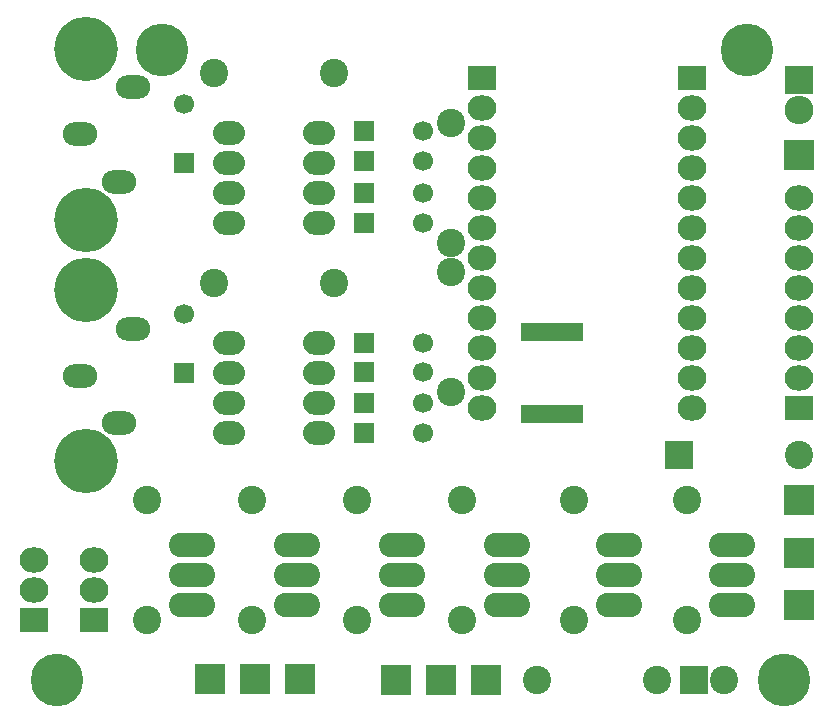
<source format=gbs>
G04 #@! TF.FileFunction,Soldermask,Bot*
%FSLAX46Y46*%
G04 Gerber Fmt 4.6, Leading zero omitted, Abs format (unit mm)*
G04 Created by KiCad (PCBNEW 4.0.0-stable) date Monday, December 21, 2015 'AMt' 12:47:19 AM*
%MOMM*%
G01*
G04 APERTURE LIST*
%ADD10C,0.100000*%
%ADD11C,4.464000*%
%ADD12R,2.635200X2.635200*%
%ADD13R,2.432000X2.127200*%
%ADD14O,2.432000X2.127200*%
%ADD15R,1.700000X1.700000*%
%ADD16C,1.700000*%
%ADD17C,2.398980*%
%ADD18R,2.398980X2.398980*%
%ADD19R,2.432000X2.432000*%
%ADD20O,2.432000X2.432000*%
%ADD21O,2.700000X2.000000*%
%ADD22R,0.800000X1.600000*%
%ADD23O,2.900000X2.000000*%
%ADD24O,5.400000X5.400000*%
%ADD25O,3.900120X2.099260*%
%ADD26R,2.400000X2.400000*%
%ADD27C,2.400000*%
G04 APERTURE END LIST*
D10*
D11*
X150495000Y-128270000D03*
X88900000Y-128270000D03*
D12*
X101911143Y-128163701D03*
D11*
X97790000Y-74930000D03*
D13*
X124894362Y-77305728D03*
D14*
X124894362Y-79845728D03*
X124894362Y-82385728D03*
X124894362Y-84925728D03*
X124894362Y-87465728D03*
X124894362Y-90005728D03*
X124894362Y-92545728D03*
X124894362Y-95085728D03*
X124894362Y-97625728D03*
X124894362Y-100165728D03*
X124894362Y-102705728D03*
X124894362Y-105245728D03*
D13*
X142674362Y-77305728D03*
D14*
X142674362Y-92545728D03*
X142674362Y-95085728D03*
X142674362Y-90005728D03*
X142674362Y-97625728D03*
X142674362Y-84925728D03*
X142674362Y-82385728D03*
X142674362Y-79845728D03*
X142674362Y-87465728D03*
X142674362Y-102705728D03*
X142674362Y-100165728D03*
X142674362Y-105245728D03*
D15*
X114935000Y-89535000D03*
D16*
X119935000Y-89535000D03*
D15*
X114935000Y-107315000D03*
D16*
X119935000Y-107315000D03*
D15*
X114905000Y-81735000D03*
D16*
X119905000Y-81735000D03*
D15*
X114905000Y-99695000D03*
D16*
X119905000Y-99695000D03*
D15*
X114935000Y-86995000D03*
D16*
X119935000Y-86995000D03*
D15*
X114935000Y-104775000D03*
D16*
X119935000Y-104775000D03*
D15*
X99695000Y-84455000D03*
D16*
X99695000Y-79455000D03*
D15*
X99695000Y-102235000D03*
D16*
X99695000Y-97235000D03*
D17*
X151765000Y-109220000D03*
D18*
X141605000Y-109220000D03*
D12*
X117663459Y-128195719D03*
X121473459Y-128195719D03*
X105721143Y-128163701D03*
X125283459Y-128195719D03*
X109531143Y-128163701D03*
D13*
X86995000Y-123190000D03*
D14*
X86995000Y-120650000D03*
X86995000Y-118110000D03*
D13*
X92075000Y-123190000D03*
D14*
X92075000Y-120650000D03*
X92075000Y-118110000D03*
D12*
X151765000Y-121920000D03*
X151765000Y-113030000D03*
X151765000Y-117475000D03*
X151765000Y-83820000D03*
D13*
X151765000Y-105245728D03*
D14*
X151765000Y-102705728D03*
X151765000Y-100165728D03*
X151765000Y-97625728D03*
X151765000Y-95085728D03*
X151765000Y-92545728D03*
X151765000Y-90005728D03*
X151765000Y-87465728D03*
D17*
X122305000Y-91215000D03*
X122305000Y-81055000D03*
X122305000Y-93735000D03*
X122305000Y-103895000D03*
X112395000Y-76835000D03*
X102235000Y-76835000D03*
X112395000Y-94615000D03*
X102235000Y-94615000D03*
X129540000Y-128270000D03*
X139700000Y-128270000D03*
X123190000Y-123190000D03*
X123190000Y-113030000D03*
X96520000Y-123190000D03*
X96520000Y-113030000D03*
X132715000Y-123190000D03*
X132715000Y-113030000D03*
X105410000Y-123190000D03*
X105410000Y-113030000D03*
X142240000Y-123190000D03*
X142240000Y-113030000D03*
X114300000Y-123190000D03*
X114300000Y-113030000D03*
D19*
X151765000Y-77470000D03*
D20*
X151765000Y-80010000D03*
D21*
X103505000Y-81915000D03*
X103505000Y-84455000D03*
X103505000Y-86995000D03*
X103505000Y-89535000D03*
X111125000Y-89535000D03*
X111125000Y-86995000D03*
X111125000Y-84455000D03*
X111125000Y-81915000D03*
X103505000Y-99695000D03*
X103505000Y-102235000D03*
X103505000Y-104775000D03*
X103505000Y-107315000D03*
X111125000Y-107315000D03*
X111125000Y-104775000D03*
X111125000Y-102235000D03*
X111125000Y-99695000D03*
D22*
X133085000Y-105685000D03*
X132435000Y-105685000D03*
X131785000Y-105685000D03*
X131135000Y-105685000D03*
X130485000Y-105685000D03*
X129835000Y-105685000D03*
X129185000Y-105685000D03*
X128535000Y-105685000D03*
X128535000Y-98785000D03*
X129185000Y-98785000D03*
X129835000Y-98785000D03*
X130485000Y-98785000D03*
X131135000Y-98785000D03*
X131785000Y-98785000D03*
X132435000Y-98785000D03*
X133085000Y-98785000D03*
D23*
X94143607Y-86035000D03*
X95393607Y-78035000D03*
D24*
X91393607Y-74785000D03*
X91393607Y-89285000D03*
D23*
X90893607Y-82035000D03*
X94143607Y-106482355D03*
X95393607Y-98482355D03*
D24*
X91393607Y-95232355D03*
X91393607Y-109732355D03*
D23*
X90893607Y-102482355D03*
D25*
X100330000Y-119380000D03*
X100330000Y-116840000D03*
X100330000Y-121920000D03*
X109220000Y-119380000D03*
X109220000Y-116840000D03*
X109220000Y-121920000D03*
X118110000Y-119380000D03*
X118110000Y-116840000D03*
X118110000Y-121920000D03*
X127000000Y-119380000D03*
X127000000Y-116840000D03*
X127000000Y-121920000D03*
X136525000Y-119380000D03*
X136525000Y-116840000D03*
X136525000Y-121920000D03*
X146050000Y-119380000D03*
X146050000Y-116840000D03*
X146050000Y-121920000D03*
D11*
X147320000Y-74930000D03*
D15*
X114905000Y-84335000D03*
D16*
X119905000Y-84335000D03*
D15*
X114905000Y-102135000D03*
D16*
X119905000Y-102135000D03*
D26*
X142875000Y-128270000D03*
D27*
X145415000Y-128270000D03*
M02*

</source>
